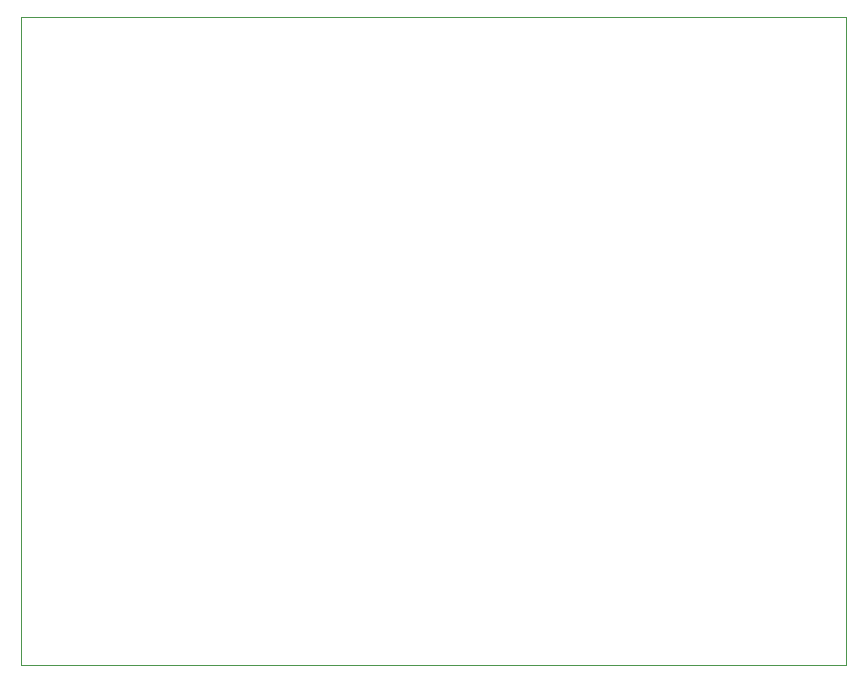
<source format=gbr>
%TF.GenerationSoftware,KiCad,Pcbnew,(5.1.4-0-10_14)*%
%TF.CreationDate,2019-12-20T01:32:49-08:00*%
%TF.ProjectId,DeskPCB,4465736b-5043-4422-9e6b-696361645f70,rev?*%
%TF.SameCoordinates,Original*%
%TF.FileFunction,Legend,Bot*%
%TF.FilePolarity,Positive*%
%FSLAX46Y46*%
G04 Gerber Fmt 4.6, Leading zero omitted, Abs format (unit mm)*
G04 Created by KiCad (PCBNEW (5.1.4-0-10_14)) date 2019-12-20 01:32:49*
%MOMM*%
%LPD*%
G04 APERTURE LIST*
%ADD10C,0.050000*%
G04 APERTURE END LIST*
D10*
X108712000Y-92456000D02*
X38862000Y-92456000D01*
X38862000Y-92456000D02*
X38862000Y-37528500D01*
X108712000Y-37528500D02*
X108712000Y-92456000D01*
X38862000Y-37528500D02*
X108712000Y-37528500D01*
M02*

</source>
